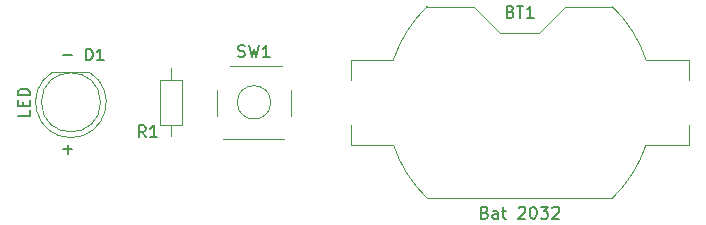
<source format=gto>
%TF.GenerationSoftware,KiCad,Pcbnew,9.0.1*%
%TF.CreationDate,2025-04-23T23:57:43-05:00*%
%TF.ProjectId,newfolder,6e657766-6f6c-4646-9572-2e6b69636164,1*%
%TF.SameCoordinates,Original*%
%TF.FileFunction,Legend,Top*%
%TF.FilePolarity,Positive*%
%FSLAX46Y46*%
G04 Gerber Fmt 4.6, Leading zero omitted, Abs format (unit mm)*
G04 Created by KiCad (PCBNEW 9.0.1) date 2025-04-23 23:57:43*
%MOMM*%
%LPD*%
G01*
G04 APERTURE LIST*
%ADD10C,0.150000*%
%ADD11C,0.120000*%
G04 APERTURE END LIST*
D10*
X56336779Y-154988866D02*
X57098684Y-154988866D01*
X56336779Y-162988866D02*
X57098684Y-162988866D01*
X56717731Y-163369819D02*
X56717731Y-162607914D01*
X71166667Y-155107200D02*
X71309524Y-155154819D01*
X71309524Y-155154819D02*
X71547619Y-155154819D01*
X71547619Y-155154819D02*
X71642857Y-155107200D01*
X71642857Y-155107200D02*
X71690476Y-155059580D01*
X71690476Y-155059580D02*
X71738095Y-154964342D01*
X71738095Y-154964342D02*
X71738095Y-154869104D01*
X71738095Y-154869104D02*
X71690476Y-154773866D01*
X71690476Y-154773866D02*
X71642857Y-154726247D01*
X71642857Y-154726247D02*
X71547619Y-154678628D01*
X71547619Y-154678628D02*
X71357143Y-154631009D01*
X71357143Y-154631009D02*
X71261905Y-154583390D01*
X71261905Y-154583390D02*
X71214286Y-154535771D01*
X71214286Y-154535771D02*
X71166667Y-154440533D01*
X71166667Y-154440533D02*
X71166667Y-154345295D01*
X71166667Y-154345295D02*
X71214286Y-154250057D01*
X71214286Y-154250057D02*
X71261905Y-154202438D01*
X71261905Y-154202438D02*
X71357143Y-154154819D01*
X71357143Y-154154819D02*
X71595238Y-154154819D01*
X71595238Y-154154819D02*
X71738095Y-154202438D01*
X72071429Y-154154819D02*
X72309524Y-155154819D01*
X72309524Y-155154819D02*
X72500000Y-154440533D01*
X72500000Y-154440533D02*
X72690476Y-155154819D01*
X72690476Y-155154819D02*
X72928572Y-154154819D01*
X73833333Y-155154819D02*
X73261905Y-155154819D01*
X73547619Y-155154819D02*
X73547619Y-154154819D01*
X73547619Y-154154819D02*
X73452381Y-154297676D01*
X73452381Y-154297676D02*
X73357143Y-154392914D01*
X73357143Y-154392914D02*
X73261905Y-154440533D01*
X58261905Y-155454819D02*
X58261905Y-154454819D01*
X58261905Y-154454819D02*
X58500000Y-154454819D01*
X58500000Y-154454819D02*
X58642857Y-154502438D01*
X58642857Y-154502438D02*
X58738095Y-154597676D01*
X58738095Y-154597676D02*
X58785714Y-154692914D01*
X58785714Y-154692914D02*
X58833333Y-154883390D01*
X58833333Y-154883390D02*
X58833333Y-155026247D01*
X58833333Y-155026247D02*
X58785714Y-155216723D01*
X58785714Y-155216723D02*
X58738095Y-155311961D01*
X58738095Y-155311961D02*
X58642857Y-155407200D01*
X58642857Y-155407200D02*
X58500000Y-155454819D01*
X58500000Y-155454819D02*
X58261905Y-155454819D01*
X59785714Y-155454819D02*
X59214286Y-155454819D01*
X59500000Y-155454819D02*
X59500000Y-154454819D01*
X59500000Y-154454819D02*
X59404762Y-154597676D01*
X59404762Y-154597676D02*
X59309524Y-154692914D01*
X59309524Y-154692914D02*
X59214286Y-154740533D01*
X53494819Y-159637857D02*
X53494819Y-160114047D01*
X53494819Y-160114047D02*
X52494819Y-160114047D01*
X52971009Y-159304523D02*
X52971009Y-158971190D01*
X53494819Y-158828333D02*
X53494819Y-159304523D01*
X53494819Y-159304523D02*
X52494819Y-159304523D01*
X52494819Y-159304523D02*
X52494819Y-158828333D01*
X53494819Y-158399761D02*
X52494819Y-158399761D01*
X52494819Y-158399761D02*
X52494819Y-158161666D01*
X52494819Y-158161666D02*
X52542438Y-158018809D01*
X52542438Y-158018809D02*
X52637676Y-157923571D01*
X52637676Y-157923571D02*
X52732914Y-157875952D01*
X52732914Y-157875952D02*
X52923390Y-157828333D01*
X52923390Y-157828333D02*
X53066247Y-157828333D01*
X53066247Y-157828333D02*
X53256723Y-157875952D01*
X53256723Y-157875952D02*
X53351961Y-157923571D01*
X53351961Y-157923571D02*
X53447200Y-158018809D01*
X53447200Y-158018809D02*
X53494819Y-158161666D01*
X53494819Y-158161666D02*
X53494819Y-158399761D01*
X63333333Y-161954819D02*
X63000000Y-161478628D01*
X62761905Y-161954819D02*
X62761905Y-160954819D01*
X62761905Y-160954819D02*
X63142857Y-160954819D01*
X63142857Y-160954819D02*
X63238095Y-161002438D01*
X63238095Y-161002438D02*
X63285714Y-161050057D01*
X63285714Y-161050057D02*
X63333333Y-161145295D01*
X63333333Y-161145295D02*
X63333333Y-161288152D01*
X63333333Y-161288152D02*
X63285714Y-161383390D01*
X63285714Y-161383390D02*
X63238095Y-161431009D01*
X63238095Y-161431009D02*
X63142857Y-161478628D01*
X63142857Y-161478628D02*
X62761905Y-161478628D01*
X64285714Y-161954819D02*
X63714286Y-161954819D01*
X64000000Y-161954819D02*
X64000000Y-160954819D01*
X64000000Y-160954819D02*
X63904762Y-161097676D01*
X63904762Y-161097676D02*
X63809524Y-161192914D01*
X63809524Y-161192914D02*
X63714286Y-161240533D01*
X94214285Y-151311009D02*
X94357142Y-151358628D01*
X94357142Y-151358628D02*
X94404761Y-151406247D01*
X94404761Y-151406247D02*
X94452380Y-151501485D01*
X94452380Y-151501485D02*
X94452380Y-151644342D01*
X94452380Y-151644342D02*
X94404761Y-151739580D01*
X94404761Y-151739580D02*
X94357142Y-151787200D01*
X94357142Y-151787200D02*
X94261904Y-151834819D01*
X94261904Y-151834819D02*
X93880952Y-151834819D01*
X93880952Y-151834819D02*
X93880952Y-150834819D01*
X93880952Y-150834819D02*
X94214285Y-150834819D01*
X94214285Y-150834819D02*
X94309523Y-150882438D01*
X94309523Y-150882438D02*
X94357142Y-150930057D01*
X94357142Y-150930057D02*
X94404761Y-151025295D01*
X94404761Y-151025295D02*
X94404761Y-151120533D01*
X94404761Y-151120533D02*
X94357142Y-151215771D01*
X94357142Y-151215771D02*
X94309523Y-151263390D01*
X94309523Y-151263390D02*
X94214285Y-151311009D01*
X94214285Y-151311009D02*
X93880952Y-151311009D01*
X94738095Y-150834819D02*
X95309523Y-150834819D01*
X95023809Y-151834819D02*
X95023809Y-150834819D01*
X96166666Y-151834819D02*
X95595238Y-151834819D01*
X95880952Y-151834819D02*
X95880952Y-150834819D01*
X95880952Y-150834819D02*
X95785714Y-150977676D01*
X95785714Y-150977676D02*
X95690476Y-151072914D01*
X95690476Y-151072914D02*
X95595238Y-151120533D01*
X92047618Y-168329009D02*
X92190475Y-168376628D01*
X92190475Y-168376628D02*
X92238094Y-168424247D01*
X92238094Y-168424247D02*
X92285713Y-168519485D01*
X92285713Y-168519485D02*
X92285713Y-168662342D01*
X92285713Y-168662342D02*
X92238094Y-168757580D01*
X92238094Y-168757580D02*
X92190475Y-168805200D01*
X92190475Y-168805200D02*
X92095237Y-168852819D01*
X92095237Y-168852819D02*
X91714285Y-168852819D01*
X91714285Y-168852819D02*
X91714285Y-167852819D01*
X91714285Y-167852819D02*
X92047618Y-167852819D01*
X92047618Y-167852819D02*
X92142856Y-167900438D01*
X92142856Y-167900438D02*
X92190475Y-167948057D01*
X92190475Y-167948057D02*
X92238094Y-168043295D01*
X92238094Y-168043295D02*
X92238094Y-168138533D01*
X92238094Y-168138533D02*
X92190475Y-168233771D01*
X92190475Y-168233771D02*
X92142856Y-168281390D01*
X92142856Y-168281390D02*
X92047618Y-168329009D01*
X92047618Y-168329009D02*
X91714285Y-168329009D01*
X93142856Y-168852819D02*
X93142856Y-168329009D01*
X93142856Y-168329009D02*
X93095237Y-168233771D01*
X93095237Y-168233771D02*
X92999999Y-168186152D01*
X92999999Y-168186152D02*
X92809523Y-168186152D01*
X92809523Y-168186152D02*
X92714285Y-168233771D01*
X93142856Y-168805200D02*
X93047618Y-168852819D01*
X93047618Y-168852819D02*
X92809523Y-168852819D01*
X92809523Y-168852819D02*
X92714285Y-168805200D01*
X92714285Y-168805200D02*
X92666666Y-168709961D01*
X92666666Y-168709961D02*
X92666666Y-168614723D01*
X92666666Y-168614723D02*
X92714285Y-168519485D01*
X92714285Y-168519485D02*
X92809523Y-168471866D01*
X92809523Y-168471866D02*
X93047618Y-168471866D01*
X93047618Y-168471866D02*
X93142856Y-168424247D01*
X93476190Y-168186152D02*
X93857142Y-168186152D01*
X93619047Y-167852819D02*
X93619047Y-168709961D01*
X93619047Y-168709961D02*
X93666666Y-168805200D01*
X93666666Y-168805200D02*
X93761904Y-168852819D01*
X93761904Y-168852819D02*
X93857142Y-168852819D01*
X94904762Y-167948057D02*
X94952381Y-167900438D01*
X94952381Y-167900438D02*
X95047619Y-167852819D01*
X95047619Y-167852819D02*
X95285714Y-167852819D01*
X95285714Y-167852819D02*
X95380952Y-167900438D01*
X95380952Y-167900438D02*
X95428571Y-167948057D01*
X95428571Y-167948057D02*
X95476190Y-168043295D01*
X95476190Y-168043295D02*
X95476190Y-168138533D01*
X95476190Y-168138533D02*
X95428571Y-168281390D01*
X95428571Y-168281390D02*
X94857143Y-168852819D01*
X94857143Y-168852819D02*
X95476190Y-168852819D01*
X96095238Y-167852819D02*
X96190476Y-167852819D01*
X96190476Y-167852819D02*
X96285714Y-167900438D01*
X96285714Y-167900438D02*
X96333333Y-167948057D01*
X96333333Y-167948057D02*
X96380952Y-168043295D01*
X96380952Y-168043295D02*
X96428571Y-168233771D01*
X96428571Y-168233771D02*
X96428571Y-168471866D01*
X96428571Y-168471866D02*
X96380952Y-168662342D01*
X96380952Y-168662342D02*
X96333333Y-168757580D01*
X96333333Y-168757580D02*
X96285714Y-168805200D01*
X96285714Y-168805200D02*
X96190476Y-168852819D01*
X96190476Y-168852819D02*
X96095238Y-168852819D01*
X96095238Y-168852819D02*
X96000000Y-168805200D01*
X96000000Y-168805200D02*
X95952381Y-168757580D01*
X95952381Y-168757580D02*
X95904762Y-168662342D01*
X95904762Y-168662342D02*
X95857143Y-168471866D01*
X95857143Y-168471866D02*
X95857143Y-168233771D01*
X95857143Y-168233771D02*
X95904762Y-168043295D01*
X95904762Y-168043295D02*
X95952381Y-167948057D01*
X95952381Y-167948057D02*
X96000000Y-167900438D01*
X96000000Y-167900438D02*
X96095238Y-167852819D01*
X96761905Y-167852819D02*
X97380952Y-167852819D01*
X97380952Y-167852819D02*
X97047619Y-168233771D01*
X97047619Y-168233771D02*
X97190476Y-168233771D01*
X97190476Y-168233771D02*
X97285714Y-168281390D01*
X97285714Y-168281390D02*
X97333333Y-168329009D01*
X97333333Y-168329009D02*
X97380952Y-168424247D01*
X97380952Y-168424247D02*
X97380952Y-168662342D01*
X97380952Y-168662342D02*
X97333333Y-168757580D01*
X97333333Y-168757580D02*
X97285714Y-168805200D01*
X97285714Y-168805200D02*
X97190476Y-168852819D01*
X97190476Y-168852819D02*
X96904762Y-168852819D01*
X96904762Y-168852819D02*
X96809524Y-168805200D01*
X96809524Y-168805200D02*
X96761905Y-168757580D01*
X97761905Y-167948057D02*
X97809524Y-167900438D01*
X97809524Y-167900438D02*
X97904762Y-167852819D01*
X97904762Y-167852819D02*
X98142857Y-167852819D01*
X98142857Y-167852819D02*
X98238095Y-167900438D01*
X98238095Y-167900438D02*
X98285714Y-167948057D01*
X98285714Y-167948057D02*
X98333333Y-168043295D01*
X98333333Y-168043295D02*
X98333333Y-168138533D01*
X98333333Y-168138533D02*
X98285714Y-168281390D01*
X98285714Y-168281390D02*
X97714286Y-168852819D01*
X97714286Y-168852819D02*
X98333333Y-168852819D01*
D11*
%TO.C,SW1*%
X69380000Y-160150000D02*
X69380000Y-157950000D01*
X69850000Y-162120000D02*
X75050000Y-162120000D01*
X70450000Y-155880000D02*
X74850000Y-155880000D01*
X75620000Y-157950000D02*
X75620000Y-160150000D01*
X73914214Y-159000000D02*
G75*
G02*
X71085786Y-159000000I-1414214J0D01*
G01*
X71085786Y-159000000D02*
G75*
G02*
X73914214Y-159000000I1414214J0D01*
G01*
%TO.C,D1*%
X58545000Y-156435000D02*
X55455000Y-156435000D01*
X58544830Y-156435000D02*
G75*
G02*
X57000048Y-161985000I-1544830J-2560000D01*
G01*
X56999952Y-161985000D02*
G75*
G02*
X55455170Y-156435000I48J2990000D01*
G01*
X59500000Y-158995000D02*
G75*
G02*
X54500000Y-158995000I-2500000J0D01*
G01*
X54500000Y-158995000D02*
G75*
G02*
X59500000Y-158995000I2500000J0D01*
G01*
%TO.C,R1*%
X64580000Y-157080000D02*
X64580000Y-160920000D01*
X64580000Y-160920000D02*
X66420000Y-160920000D01*
X65500000Y-156130000D02*
X65500000Y-157080000D01*
X65500000Y-161870000D02*
X65500000Y-160920000D01*
X66420000Y-157080000D02*
X64580000Y-157080000D01*
X66420000Y-160920000D02*
X66420000Y-157080000D01*
%TO.C,BT1*%
X109310000Y-162610000D02*
X105692000Y-162610000D01*
X109310000Y-160900000D02*
X109310000Y-162610000D01*
X109310000Y-157100000D02*
X109310000Y-155390000D01*
X105692000Y-155390000D02*
X109310000Y-155390000D01*
X102847300Y-167110000D02*
X87152700Y-167110000D01*
X98860000Y-150890000D02*
X102847300Y-150890000D01*
X96660000Y-153090000D02*
X98860000Y-150890000D01*
X93340000Y-153090000D02*
X96660000Y-153090000D01*
X93340000Y-153090000D02*
X91140000Y-150890000D01*
X87152700Y-150890000D02*
X91140000Y-150890000D01*
X84308000Y-162610000D02*
X80690000Y-162610000D01*
X80690000Y-160900000D02*
X80690000Y-162610000D01*
X80690000Y-157100000D02*
X80690000Y-155390000D01*
X80690000Y-155390000D02*
X84308000Y-155390000D01*
X105692000Y-162610000D02*
G75*
G02*
X102845372Y-167111790I-10692020J3610010D01*
G01*
X102845371Y-150888211D02*
G75*
G02*
X105692000Y-155390000I-7845366J-8111785D01*
G01*
X87154629Y-167111789D02*
G75*
G02*
X84308000Y-162610000I7845371J8111789D01*
G01*
X84308000Y-155390000D02*
G75*
G02*
X87154629Y-150888211I10692020J-3610012D01*
G01*
%TD*%
M02*

</source>
